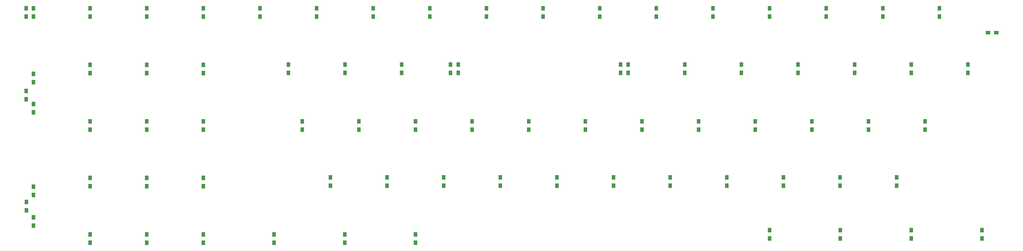
<source format=gbr>
%TF.GenerationSoftware,KiCad,Pcbnew,(5.1.7)-1*%
%TF.CreationDate,2021-02-08T13:03:49+07:00*%
%TF.ProjectId,bevi,62657669-2e6b-4696-9361-645f70636258,rev?*%
%TF.SameCoordinates,Original*%
%TF.FileFunction,Paste,Bot*%
%TF.FilePolarity,Positive*%
%FSLAX46Y46*%
G04 Gerber Fmt 4.6, Leading zero omitted, Abs format (unit mm)*
G04 Created by KiCad (PCBNEW (5.1.7)-1) date 2021-02-08 13:03:49*
%MOMM*%
%LPD*%
G01*
G04 APERTURE LIST*
%ADD10R,1.600000X1.200000*%
%ADD11R,1.200000X1.600000*%
G04 APERTURE END LIST*
D10*
%TO.C,D85*%
X363743750Y-45843750D03*
X360943750Y-45843750D03*
%TD*%
D11*
%TO.C,D97*%
X344550000Y-40362500D03*
X344550000Y-37562500D03*
%TD*%
%TO.C,D96*%
X335062500Y-115118750D03*
X335062500Y-112318750D03*
%TD*%
%TO.C,D95*%
X287437500Y-115118750D03*
X287437500Y-112318750D03*
%TD*%
%TO.C,D94*%
X37312500Y-40362500D03*
X37312500Y-37562500D03*
%TD*%
%TO.C,D93*%
X37406250Y-105650000D03*
X37406250Y-102850000D03*
%TD*%
%TO.C,D92*%
X144525000Y-116562500D03*
X144525000Y-113762500D03*
%TD*%
%TO.C,D91*%
X96900000Y-116562500D03*
X96900000Y-113762500D03*
%TD*%
%TO.C,D90*%
X58800000Y-116562500D03*
X58800000Y-113762500D03*
%TD*%
%TO.C,D87*%
X358875000Y-115118750D03*
X358875000Y-112318750D03*
%TD*%
%TO.C,D86*%
X311250000Y-115118750D03*
X311250000Y-112318750D03*
%TD*%
%TO.C,D84*%
X37312500Y-68243750D03*
X37312500Y-65443750D03*
%TD*%
%TO.C,D83*%
X168337500Y-116562500D03*
X168337500Y-113762500D03*
%TD*%
%TO.C,D82*%
X120712500Y-116562500D03*
X120712500Y-113762500D03*
%TD*%
%TO.C,D81*%
X77850000Y-116562500D03*
X77850000Y-113762500D03*
%TD*%
%TO.C,D80*%
X39750000Y-110806250D03*
X39750000Y-108006250D03*
%TD*%
%TO.C,D77*%
X354131250Y-59337500D03*
X354131250Y-56537500D03*
%TD*%
%TO.C,D76*%
X311137500Y-97343750D03*
X311137500Y-94543750D03*
%TD*%
%TO.C,D75*%
X273037500Y-97343750D03*
X273037500Y-94543750D03*
%TD*%
%TO.C,D74*%
X234937500Y-97343750D03*
X234937500Y-94543750D03*
%TD*%
%TO.C,D73*%
X196837500Y-97343750D03*
X196837500Y-94543750D03*
%TD*%
%TO.C,D72*%
X158737500Y-97343750D03*
X158737500Y-94543750D03*
%TD*%
%TO.C,D71*%
X96900000Y-97512500D03*
X96900000Y-94712500D03*
%TD*%
%TO.C,D70*%
X58800000Y-97512500D03*
X58800000Y-94712500D03*
%TD*%
%TO.C,D67*%
X330187500Y-97343750D03*
X330187500Y-94543750D03*
%TD*%
%TO.C,D66*%
X292087500Y-97343750D03*
X292087500Y-94543750D03*
%TD*%
%TO.C,D65*%
X253987500Y-97343750D03*
X253987500Y-94543750D03*
%TD*%
%TO.C,D64*%
X215887500Y-97343750D03*
X215887500Y-94543750D03*
%TD*%
%TO.C,D63*%
X177787500Y-97343750D03*
X177787500Y-94543750D03*
%TD*%
%TO.C,D62*%
X139687500Y-97343750D03*
X139687500Y-94543750D03*
%TD*%
%TO.C,D61*%
X77850000Y-97512500D03*
X77850000Y-94712500D03*
%TD*%
%TO.C,D60*%
X39750000Y-100493750D03*
X39750000Y-97693750D03*
%TD*%
%TO.C,D57*%
X339768750Y-78462500D03*
X339768750Y-75662500D03*
%TD*%
%TO.C,D56*%
X301668750Y-78462500D03*
X301668750Y-75662500D03*
%TD*%
%TO.C,D55*%
X263568750Y-78462500D03*
X263568750Y-75662500D03*
%TD*%
%TO.C,D54*%
X225468750Y-78462500D03*
X225468750Y-75662500D03*
%TD*%
%TO.C,D53*%
X187368750Y-78462500D03*
X187368750Y-75662500D03*
%TD*%
%TO.C,D52*%
X149268750Y-78462500D03*
X149268750Y-75662500D03*
%TD*%
%TO.C,D51*%
X96900000Y-78462500D03*
X96900000Y-75662500D03*
%TD*%
%TO.C,D50*%
X58800000Y-78462500D03*
X58800000Y-75662500D03*
%TD*%
%TO.C,D47*%
X320718750Y-78462500D03*
X320718750Y-75662500D03*
%TD*%
%TO.C,D46*%
X282618750Y-78462500D03*
X282618750Y-75662500D03*
%TD*%
%TO.C,D45*%
X244518750Y-78462500D03*
X244518750Y-75662500D03*
%TD*%
%TO.C,D44*%
X206418750Y-78462500D03*
X206418750Y-75662500D03*
%TD*%
%TO.C,D43*%
X168318750Y-78462500D03*
X168318750Y-75662500D03*
%TD*%
%TO.C,D42*%
X130218750Y-78462500D03*
X130218750Y-75662500D03*
%TD*%
%TO.C,D41*%
X77850000Y-78462500D03*
X77850000Y-75662500D03*
%TD*%
%TO.C,D40*%
X39750000Y-72650000D03*
X39750000Y-69850000D03*
%TD*%
%TO.C,D37*%
X335081250Y-59337500D03*
X335081250Y-56537500D03*
%TD*%
%TO.C,D36*%
X296981250Y-59337500D03*
X296981250Y-56537500D03*
%TD*%
%TO.C,D35*%
X258881250Y-59337500D03*
X258881250Y-56537500D03*
%TD*%
%TO.C,D34*%
X237281250Y-59337500D03*
X237281250Y-56537500D03*
%TD*%
%TO.C,D33*%
X180093750Y-59337500D03*
X180093750Y-56537500D03*
%TD*%
%TO.C,D32*%
X144581250Y-59337500D03*
X144581250Y-56537500D03*
%TD*%
%TO.C,D31*%
X96900000Y-59412500D03*
X96900000Y-56612500D03*
%TD*%
%TO.C,D30*%
X58800000Y-59412500D03*
X58800000Y-56612500D03*
%TD*%
%TO.C,D27*%
X316031250Y-59337500D03*
X316031250Y-56537500D03*
%TD*%
%TO.C,D26*%
X277931250Y-59337500D03*
X277931250Y-56537500D03*
%TD*%
%TO.C,D25*%
X239831250Y-59337500D03*
X239831250Y-56537500D03*
%TD*%
%TO.C,D24*%
X182718750Y-59337500D03*
X182718750Y-56537500D03*
%TD*%
%TO.C,D23*%
X163631250Y-59337500D03*
X163631250Y-56537500D03*
%TD*%
%TO.C,D22*%
X125531250Y-59337500D03*
X125531250Y-56537500D03*
%TD*%
%TO.C,D21*%
X77850000Y-59412500D03*
X77850000Y-56612500D03*
%TD*%
%TO.C,D20*%
X39750000Y-62462500D03*
X39750000Y-59662500D03*
%TD*%
%TO.C,D17*%
X325500000Y-40362500D03*
X325500000Y-37562500D03*
%TD*%
%TO.C,D16*%
X287400000Y-40362500D03*
X287400000Y-37562500D03*
%TD*%
%TO.C,D15*%
X249300000Y-40362500D03*
X249300000Y-37562500D03*
%TD*%
%TO.C,D14*%
X211200000Y-40362500D03*
X211200000Y-37562500D03*
%TD*%
%TO.C,D13*%
X173100000Y-40362500D03*
X173100000Y-37562500D03*
%TD*%
%TO.C,D12*%
X135000000Y-40362500D03*
X135000000Y-37562500D03*
%TD*%
%TO.C,D11*%
X96900000Y-40362500D03*
X96900000Y-37562500D03*
%TD*%
%TO.C,D10*%
X58800000Y-40362500D03*
X58800000Y-37562500D03*
%TD*%
%TO.C,D7*%
X306450000Y-40362500D03*
X306450000Y-37562500D03*
%TD*%
%TO.C,D6*%
X268350000Y-40362500D03*
X268350000Y-37562500D03*
%TD*%
%TO.C,D5*%
X230250000Y-40362500D03*
X230250000Y-37562500D03*
%TD*%
%TO.C,D4*%
X192150000Y-40362500D03*
X192150000Y-37562500D03*
%TD*%
%TO.C,D3*%
X154050000Y-40362500D03*
X154050000Y-37562500D03*
%TD*%
%TO.C,D2*%
X115950000Y-40362500D03*
X115950000Y-37562500D03*
%TD*%
%TO.C,D1*%
X77850000Y-40362500D03*
X77850000Y-37562500D03*
%TD*%
%TO.C,D0*%
X39750000Y-40362500D03*
X39750000Y-37562500D03*
%TD*%
M02*

</source>
